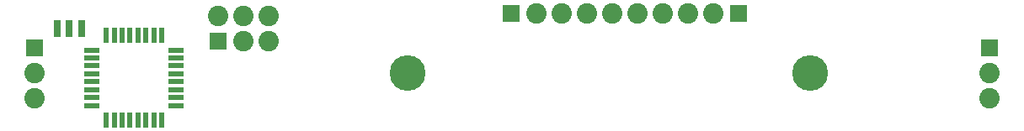
<source format=gbs>
G04 #@! TF.GenerationSoftware,KiCad,Pcbnew,5.0.0-rc2-unknown-81af2db~65~ubuntu18.04.1*
G04 #@! TF.CreationDate,2018-05-29T11:57:16+02:00*
G04 #@! TF.ProjectId,universal_lights,756E6976657273616C5F6C6967687473,rev?*
G04 #@! TF.SameCoordinates,Original*
G04 #@! TF.FileFunction,Soldermask,Bot*
G04 #@! TF.FilePolarity,Negative*
%FSLAX46Y46*%
G04 Gerber Fmt 4.6, Leading zero omitted, Abs format (unit mm)*
G04 Created by KiCad (PCBNEW 5.0.0-rc2-unknown-81af2db~65~ubuntu18.04.1) date Tue May 29 11:57:16 2018*
%MOMM*%
%LPD*%
G01*
G04 APERTURE LIST*
%ADD10C,3.600000*%
%ADD11R,1.651000X1.651000*%
%ADD12C,2.051000*%
%ADD13R,0.550000X1.600000*%
%ADD14R,1.600000X0.550000*%
%ADD15R,0.698500X1.699260*%
G04 APERTURE END LIST*
D10*
G04 #@! TO.C,REF\002A\002A*
X130000000Y-142500000D03*
G04 #@! TD*
D11*
G04 #@! TO.C,J1*
X52000000Y-139960000D03*
D12*
X52000000Y-142500000D03*
X52000000Y-145040000D03*
G04 #@! TD*
D11*
G04 #@! TO.C,J2*
X148000000Y-139960000D03*
D12*
X148000000Y-142500000D03*
X148000000Y-145040000D03*
G04 #@! TD*
D11*
G04 #@! TO.C,J3*
X70460000Y-139270000D03*
D12*
X73000000Y-139270000D03*
X75540000Y-139270000D03*
X75540000Y-136730000D03*
X73000000Y-136730000D03*
X70460000Y-136730000D03*
G04 #@! TD*
D11*
G04 #@! TO.C,J4*
X99920000Y-136500000D03*
D12*
X102460000Y-136500000D03*
X105000000Y-136500000D03*
X107540000Y-136500000D03*
X110080000Y-136500000D03*
X112620000Y-136500000D03*
X115160000Y-136500000D03*
X117700000Y-136500000D03*
G04 #@! TD*
D11*
G04 #@! TO.C,J5*
X122770000Y-136500000D03*
D12*
X120230000Y-136500000D03*
G04 #@! TD*
D13*
G04 #@! TO.C,U1*
X59200000Y-147250000D03*
X60000000Y-147250000D03*
X60800000Y-147250000D03*
X61600000Y-147250000D03*
X62400000Y-147250000D03*
X63200000Y-147250000D03*
X64000000Y-147250000D03*
X64800000Y-147250000D03*
D14*
X66250000Y-145800000D03*
X66250000Y-145000000D03*
X66250000Y-144200000D03*
X66250000Y-143400000D03*
X66250000Y-142600000D03*
X66250000Y-141800000D03*
X66250000Y-141000000D03*
X66250000Y-140200000D03*
D13*
X64800000Y-138750000D03*
X64000000Y-138750000D03*
X63200000Y-138750000D03*
X62400000Y-138750000D03*
X61600000Y-138750000D03*
X60800000Y-138750000D03*
X60000000Y-138750000D03*
X59200000Y-138750000D03*
D14*
X57750000Y-140200000D03*
X57750000Y-141000000D03*
X57750000Y-141800000D03*
X57750000Y-142600000D03*
X57750000Y-143400000D03*
X57750000Y-144200000D03*
X57750000Y-145000000D03*
X57750000Y-145800000D03*
G04 #@! TD*
D15*
G04 #@! TO.C,Y1*
X56698880Y-138000000D03*
X55500000Y-138000000D03*
X54301120Y-138000000D03*
G04 #@! TD*
D10*
G04 #@! TO.C,REF\002A\002A*
X89500000Y-142500000D03*
G04 #@! TD*
M02*

</source>
